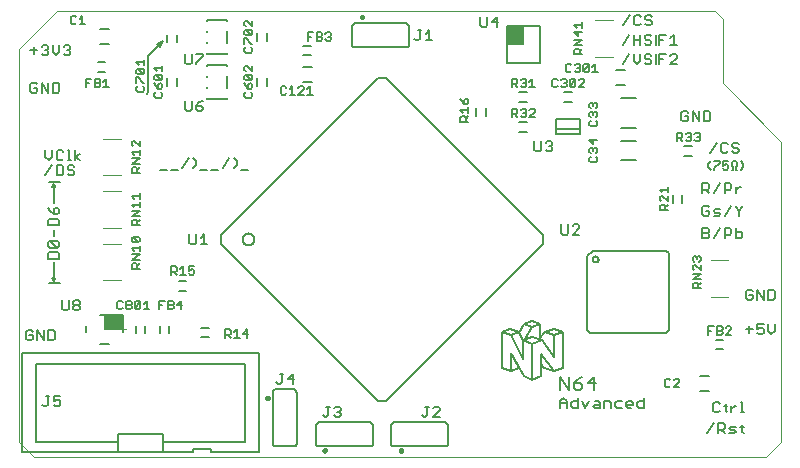
<source format=gto>
G75*
%MOIN*%
%OFA0B0*%
%FSLAX25Y25*%
%IPPOS*%
%LPD*%
%AMOC8*
5,1,8,0,0,1.08239X$1,22.5*
%
%ADD10C,0.00000*%
%ADD11C,0.00600*%
%ADD12C,0.00500*%
%ADD13C,0.00800*%
%ADD14C,0.01200*%
%ADD15C,0.00787*%
%ADD16C,0.00400*%
D10*
X0009500Y0011000D02*
X0241000Y0011000D01*
X0246000Y0011000D01*
X0249500Y0011000D01*
X0252500Y0011000D01*
X0253500Y0011000D01*
X0258500Y0016000D01*
X0258500Y0116000D01*
X0239000Y0135500D01*
X0239000Y0157000D01*
X0236500Y0159500D01*
X0017000Y0159500D01*
X0004500Y0147000D01*
X0004500Y0016000D01*
X0009500Y0011000D01*
X0039299Y0053500D02*
X0040283Y0053500D01*
D11*
X0043437Y0052250D02*
X0043437Y0054750D01*
X0046562Y0054750D02*
X0046562Y0052250D01*
X0051437Y0052250D02*
X0051437Y0054750D01*
X0054562Y0054750D02*
X0054562Y0052250D01*
X0065250Y0050937D02*
X0067750Y0050937D01*
X0067750Y0054062D02*
X0065250Y0054062D01*
X0060250Y0066438D02*
X0057750Y0066438D01*
X0057750Y0069563D02*
X0060250Y0069563D01*
X0061867Y0081800D02*
X0063001Y0081800D01*
X0063569Y0082367D01*
X0063569Y0085203D01*
X0064983Y0084069D02*
X0066117Y0085203D01*
X0066117Y0081800D01*
X0064983Y0081800D02*
X0067252Y0081800D01*
X0061867Y0081800D02*
X0061300Y0082367D01*
X0061300Y0085203D01*
X0064958Y0106733D02*
X0067227Y0106733D01*
X0068642Y0106733D02*
X0070910Y0106733D01*
X0072325Y0107300D02*
X0074593Y0110703D01*
X0076008Y0110703D02*
X0077142Y0109569D01*
X0077142Y0108434D01*
X0076008Y0107300D01*
X0078463Y0106733D02*
X0080732Y0106733D01*
X0063637Y0108434D02*
X0063637Y0109569D01*
X0062503Y0110703D01*
X0061088Y0110703D02*
X0058820Y0107300D01*
X0057405Y0106733D02*
X0055137Y0106733D01*
X0053722Y0106733D02*
X0051454Y0106733D01*
X0062503Y0107300D02*
X0063637Y0108434D01*
X0064050Y0126300D02*
X0065185Y0126300D01*
X0065752Y0126867D01*
X0065752Y0127434D01*
X0065185Y0128001D01*
X0063483Y0128001D01*
X0063483Y0126867D01*
X0064050Y0126300D01*
X0063483Y0128001D02*
X0064617Y0129136D01*
X0065752Y0129703D01*
X0067309Y0130400D02*
X0067309Y0130773D01*
X0067309Y0130400D02*
X0073691Y0130400D01*
X0073691Y0130773D01*
X0073691Y0133943D02*
X0073691Y0138057D01*
X0073691Y0141227D02*
X0073691Y0141600D01*
X0067309Y0141600D01*
X0067309Y0141227D01*
X0067309Y0138057D02*
X0067309Y0137683D01*
X0067309Y0134317D02*
X0067309Y0133943D01*
X0062069Y0129703D02*
X0062069Y0126867D01*
X0061501Y0126300D01*
X0060367Y0126300D01*
X0059800Y0126867D01*
X0059800Y0129703D01*
X0057062Y0134750D02*
X0057062Y0137250D01*
X0053937Y0137250D02*
X0053937Y0134750D01*
X0047500Y0132500D02*
X0047000Y0132000D01*
X0047500Y0132500D02*
X0047500Y0144500D01*
X0052500Y0149500D01*
X0050500Y0148500D01*
X0051500Y0147500D02*
X0052500Y0149500D01*
X0053937Y0149250D02*
X0053937Y0151750D01*
X0057062Y0151750D02*
X0057062Y0149250D01*
X0059800Y0145203D02*
X0059800Y0142367D01*
X0060367Y0141800D01*
X0061501Y0141800D01*
X0062069Y0142367D01*
X0062069Y0145203D01*
X0063483Y0145203D02*
X0065752Y0145203D01*
X0065752Y0144636D01*
X0063483Y0142367D01*
X0063483Y0141800D01*
X0067309Y0145400D02*
X0067309Y0145773D01*
X0067309Y0145400D02*
X0073691Y0145400D01*
X0073691Y0145773D01*
X0073691Y0148943D02*
X0073691Y0153057D01*
X0073691Y0156227D02*
X0073691Y0156600D01*
X0067309Y0156600D01*
X0067309Y0156227D01*
X0067309Y0153057D02*
X0067309Y0152683D01*
X0067309Y0149317D02*
X0067309Y0148943D01*
X0083938Y0149750D02*
X0083938Y0152250D01*
X0087062Y0152250D02*
X0087062Y0149750D01*
X0099250Y0148063D02*
X0101750Y0148063D01*
X0101750Y0144938D02*
X0099250Y0144938D01*
X0099000Y0141000D02*
X0102000Y0141000D01*
X0102000Y0136000D02*
X0099000Y0136000D01*
X0087062Y0137250D02*
X0087062Y0134750D01*
X0083938Y0134750D02*
X0083938Y0137250D01*
X0115500Y0148500D02*
X0115500Y0154500D01*
X0115502Y0154560D01*
X0115507Y0154621D01*
X0115516Y0154680D01*
X0115529Y0154739D01*
X0115545Y0154798D01*
X0115565Y0154855D01*
X0115588Y0154910D01*
X0115615Y0154965D01*
X0115644Y0155017D01*
X0115677Y0155068D01*
X0115713Y0155117D01*
X0115751Y0155163D01*
X0115793Y0155207D01*
X0115837Y0155249D01*
X0115883Y0155287D01*
X0115932Y0155323D01*
X0115983Y0155356D01*
X0116035Y0155385D01*
X0116090Y0155412D01*
X0116145Y0155435D01*
X0116202Y0155455D01*
X0116261Y0155471D01*
X0116320Y0155484D01*
X0116379Y0155493D01*
X0116440Y0155498D01*
X0116500Y0155500D01*
X0133500Y0155500D01*
X0133560Y0155498D01*
X0133621Y0155493D01*
X0133680Y0155484D01*
X0133739Y0155471D01*
X0133798Y0155455D01*
X0133855Y0155435D01*
X0133910Y0155412D01*
X0133965Y0155385D01*
X0134017Y0155356D01*
X0134068Y0155323D01*
X0134117Y0155287D01*
X0134163Y0155249D01*
X0134207Y0155207D01*
X0134249Y0155163D01*
X0134287Y0155117D01*
X0134323Y0155068D01*
X0134356Y0155017D01*
X0134385Y0154965D01*
X0134412Y0154910D01*
X0134435Y0154855D01*
X0134455Y0154798D01*
X0134471Y0154739D01*
X0134484Y0154680D01*
X0134493Y0154621D01*
X0134498Y0154560D01*
X0134500Y0154500D01*
X0134500Y0148500D01*
X0134498Y0148440D01*
X0134493Y0148379D01*
X0134484Y0148320D01*
X0134471Y0148261D01*
X0134455Y0148202D01*
X0134435Y0148145D01*
X0134412Y0148090D01*
X0134385Y0148035D01*
X0134356Y0147983D01*
X0134323Y0147932D01*
X0134287Y0147883D01*
X0134249Y0147837D01*
X0134207Y0147793D01*
X0134163Y0147751D01*
X0134117Y0147713D01*
X0134068Y0147677D01*
X0134017Y0147644D01*
X0133965Y0147615D01*
X0133910Y0147588D01*
X0133855Y0147565D01*
X0133798Y0147545D01*
X0133739Y0147529D01*
X0133680Y0147516D01*
X0133621Y0147507D01*
X0133560Y0147502D01*
X0133500Y0147500D01*
X0116500Y0147500D01*
X0116440Y0147502D01*
X0116379Y0147507D01*
X0116320Y0147516D01*
X0116261Y0147529D01*
X0116202Y0147545D01*
X0116145Y0147565D01*
X0116090Y0147588D01*
X0116035Y0147615D01*
X0115983Y0147644D01*
X0115932Y0147677D01*
X0115883Y0147713D01*
X0115837Y0147751D01*
X0115793Y0147793D01*
X0115751Y0147837D01*
X0115713Y0147883D01*
X0115677Y0147932D01*
X0115644Y0147983D01*
X0115615Y0148035D01*
X0115588Y0148090D01*
X0115565Y0148145D01*
X0115545Y0148202D01*
X0115529Y0148261D01*
X0115516Y0148320D01*
X0115507Y0148379D01*
X0115502Y0148440D01*
X0115500Y0148500D01*
X0136300Y0150367D02*
X0136867Y0149800D01*
X0137434Y0149800D01*
X0138001Y0150367D01*
X0138001Y0153203D01*
X0137434Y0153203D02*
X0138569Y0153203D01*
X0139983Y0152069D02*
X0141117Y0153203D01*
X0141117Y0149800D01*
X0139983Y0149800D02*
X0142252Y0149800D01*
X0158300Y0154867D02*
X0158867Y0154300D01*
X0160001Y0154300D01*
X0160569Y0154867D01*
X0160569Y0157703D01*
X0161983Y0156001D02*
X0164252Y0156001D01*
X0163685Y0154300D02*
X0163685Y0157703D01*
X0161983Y0156001D01*
X0158300Y0154867D02*
X0158300Y0157703D01*
X0171250Y0132563D02*
X0173750Y0132563D01*
X0173750Y0129437D02*
X0171250Y0129437D01*
X0171250Y0122562D02*
X0173750Y0122562D01*
X0173750Y0119437D02*
X0171250Y0119437D01*
X0176300Y0116203D02*
X0176300Y0113367D01*
X0176867Y0112800D01*
X0178001Y0112800D01*
X0178569Y0113367D01*
X0178569Y0116203D01*
X0179983Y0115636D02*
X0180550Y0116203D01*
X0181685Y0116203D01*
X0182252Y0115636D01*
X0182252Y0115069D01*
X0181685Y0114501D01*
X0182252Y0113934D01*
X0182252Y0113367D01*
X0181685Y0112800D01*
X0180550Y0112800D01*
X0179983Y0113367D01*
X0181117Y0114501D02*
X0181685Y0114501D01*
X0183563Y0118539D02*
X0183563Y0120131D01*
X0191437Y0120131D01*
X0191437Y0118539D01*
X0183563Y0118539D01*
X0183563Y0120131D02*
X0183563Y0123461D01*
X0191437Y0123461D01*
X0191437Y0120131D01*
X0205000Y0120500D02*
X0210000Y0120500D01*
X0210000Y0116125D02*
X0205000Y0116125D01*
X0205000Y0109875D02*
X0210000Y0109875D01*
X0226250Y0111437D02*
X0228750Y0111437D01*
X0228750Y0114562D02*
X0226250Y0114562D01*
X0234800Y0112300D02*
X0237069Y0115703D01*
X0238483Y0115136D02*
X0238483Y0112867D01*
X0239050Y0112300D01*
X0240185Y0112300D01*
X0240752Y0112867D01*
X0242166Y0112867D02*
X0242733Y0112300D01*
X0243868Y0112300D01*
X0244435Y0112867D01*
X0244435Y0113434D01*
X0243868Y0114001D01*
X0242733Y0114001D01*
X0242166Y0114569D01*
X0242166Y0115136D01*
X0242733Y0115703D01*
X0243868Y0115703D01*
X0244435Y0115136D01*
X0240752Y0115136D02*
X0240185Y0115703D01*
X0239050Y0115703D01*
X0238483Y0115136D01*
X0234368Y0122800D02*
X0232666Y0122800D01*
X0232666Y0126203D01*
X0234368Y0126203D01*
X0234935Y0125636D01*
X0234935Y0123367D01*
X0234368Y0122800D01*
X0231252Y0122800D02*
X0231252Y0126203D01*
X0228983Y0126203D02*
X0231252Y0122800D01*
X0228983Y0122800D02*
X0228983Y0126203D01*
X0227569Y0125636D02*
X0227001Y0126203D01*
X0225867Y0126203D01*
X0225300Y0125636D01*
X0225300Y0123367D01*
X0225867Y0122800D01*
X0227001Y0122800D01*
X0227569Y0123367D01*
X0227569Y0124501D01*
X0226434Y0124501D01*
X0210000Y0130500D02*
X0205000Y0130500D01*
X0203500Y0135000D02*
X0206500Y0135000D01*
X0206500Y0140000D02*
X0203500Y0140000D01*
X0205657Y0141800D02*
X0207925Y0145203D01*
X0209340Y0145203D02*
X0209340Y0142934D01*
X0210474Y0141800D01*
X0211608Y0142934D01*
X0211608Y0145203D01*
X0213023Y0144636D02*
X0213023Y0144069D01*
X0213590Y0143501D01*
X0214724Y0143501D01*
X0215291Y0142934D01*
X0215291Y0142367D01*
X0214724Y0141800D01*
X0213590Y0141800D01*
X0213023Y0142367D01*
X0213023Y0144636D02*
X0213590Y0145203D01*
X0214724Y0145203D01*
X0215291Y0144636D01*
X0216706Y0145203D02*
X0216706Y0141800D01*
X0217934Y0141800D02*
X0217934Y0145203D01*
X0220202Y0145203D01*
X0221617Y0144636D02*
X0222184Y0145203D01*
X0223318Y0145203D01*
X0223885Y0144636D01*
X0223885Y0144069D01*
X0221617Y0141800D01*
X0223885Y0141800D01*
X0219068Y0143501D02*
X0217934Y0143501D01*
X0217934Y0148300D02*
X0217934Y0151703D01*
X0220202Y0151703D01*
X0221617Y0150569D02*
X0222751Y0151703D01*
X0222751Y0148300D01*
X0221617Y0148300D02*
X0223885Y0148300D01*
X0219068Y0150001D02*
X0217934Y0150001D01*
X0216706Y0148300D02*
X0216706Y0151703D01*
X0215291Y0151136D02*
X0214724Y0151703D01*
X0213590Y0151703D01*
X0213023Y0151136D01*
X0213023Y0150569D01*
X0213590Y0150001D01*
X0214724Y0150001D01*
X0215291Y0149434D01*
X0215291Y0148867D01*
X0214724Y0148300D01*
X0213590Y0148300D01*
X0213023Y0148867D01*
X0211608Y0148300D02*
X0211608Y0151703D01*
X0211608Y0150001D02*
X0209340Y0150001D01*
X0209340Y0148300D02*
X0209340Y0151703D01*
X0207925Y0151703D02*
X0205657Y0148300D01*
X0205751Y0154800D02*
X0208019Y0158203D01*
X0209434Y0157636D02*
X0209434Y0155367D01*
X0210001Y0154800D01*
X0211135Y0154800D01*
X0211702Y0155367D01*
X0213117Y0155367D02*
X0213684Y0154800D01*
X0214818Y0154800D01*
X0215385Y0155367D01*
X0215385Y0155934D01*
X0214818Y0156501D01*
X0213684Y0156501D01*
X0213117Y0157069D01*
X0213117Y0157636D01*
X0213684Y0158203D01*
X0214818Y0158203D01*
X0215385Y0157636D01*
X0211702Y0157636D02*
X0211135Y0158203D01*
X0210001Y0158203D01*
X0209434Y0157636D01*
X0188750Y0132563D02*
X0186250Y0132563D01*
X0186250Y0129437D02*
X0188750Y0129437D01*
X0160063Y0127250D02*
X0160063Y0124750D01*
X0156938Y0124750D02*
X0156938Y0127250D01*
X0185300Y0088453D02*
X0185300Y0085617D01*
X0185867Y0085050D01*
X0187001Y0085050D01*
X0187569Y0085617D01*
X0187569Y0088453D01*
X0188983Y0087886D02*
X0189550Y0088453D01*
X0190685Y0088453D01*
X0191252Y0087886D01*
X0191252Y0087319D01*
X0188983Y0085050D01*
X0191252Y0085050D01*
X0195689Y0079780D02*
X0193720Y0077811D01*
X0193720Y0053205D01*
X0194705Y0052220D01*
X0220295Y0052220D01*
X0221280Y0053205D01*
X0221280Y0078795D01*
X0220295Y0079780D01*
X0195689Y0079780D01*
X0195689Y0076827D02*
X0195691Y0076889D01*
X0195697Y0076952D01*
X0195707Y0077013D01*
X0195721Y0077074D01*
X0195738Y0077134D01*
X0195759Y0077193D01*
X0195785Y0077250D01*
X0195813Y0077305D01*
X0195845Y0077359D01*
X0195881Y0077410D01*
X0195919Y0077460D01*
X0195961Y0077506D01*
X0196005Y0077550D01*
X0196053Y0077591D01*
X0196102Y0077629D01*
X0196154Y0077663D01*
X0196208Y0077694D01*
X0196264Y0077722D01*
X0196322Y0077746D01*
X0196381Y0077767D01*
X0196441Y0077783D01*
X0196502Y0077796D01*
X0196564Y0077805D01*
X0196626Y0077810D01*
X0196689Y0077811D01*
X0196751Y0077808D01*
X0196813Y0077801D01*
X0196875Y0077790D01*
X0196935Y0077775D01*
X0196995Y0077757D01*
X0197053Y0077735D01*
X0197110Y0077709D01*
X0197165Y0077679D01*
X0197218Y0077646D01*
X0197269Y0077610D01*
X0197317Y0077571D01*
X0197363Y0077528D01*
X0197406Y0077483D01*
X0197446Y0077435D01*
X0197483Y0077385D01*
X0197517Y0077332D01*
X0197548Y0077278D01*
X0197574Y0077222D01*
X0197598Y0077164D01*
X0197617Y0077104D01*
X0197633Y0077044D01*
X0197645Y0076982D01*
X0197653Y0076921D01*
X0197657Y0076858D01*
X0197657Y0076796D01*
X0197653Y0076733D01*
X0197645Y0076672D01*
X0197633Y0076610D01*
X0197617Y0076550D01*
X0197598Y0076490D01*
X0197574Y0076432D01*
X0197548Y0076376D01*
X0197517Y0076322D01*
X0197483Y0076269D01*
X0197446Y0076219D01*
X0197406Y0076171D01*
X0197363Y0076126D01*
X0197317Y0076083D01*
X0197269Y0076044D01*
X0197218Y0076008D01*
X0197165Y0075975D01*
X0197110Y0075945D01*
X0197053Y0075919D01*
X0196995Y0075897D01*
X0196935Y0075879D01*
X0196875Y0075864D01*
X0196813Y0075853D01*
X0196751Y0075846D01*
X0196689Y0075843D01*
X0196626Y0075844D01*
X0196564Y0075849D01*
X0196502Y0075858D01*
X0196441Y0075871D01*
X0196381Y0075887D01*
X0196322Y0075908D01*
X0196264Y0075932D01*
X0196208Y0075960D01*
X0196154Y0075991D01*
X0196102Y0076025D01*
X0196053Y0076063D01*
X0196005Y0076104D01*
X0195961Y0076148D01*
X0195919Y0076194D01*
X0195881Y0076244D01*
X0195845Y0076295D01*
X0195813Y0076349D01*
X0195785Y0076404D01*
X0195759Y0076461D01*
X0195738Y0076520D01*
X0195721Y0076580D01*
X0195707Y0076641D01*
X0195697Y0076702D01*
X0195691Y0076765D01*
X0195689Y0076827D01*
X0222437Y0095750D02*
X0222437Y0098250D01*
X0225562Y0098250D02*
X0225562Y0095750D01*
X0232300Y0094136D02*
X0232300Y0091867D01*
X0232867Y0091300D01*
X0234001Y0091300D01*
X0234569Y0091867D01*
X0234569Y0093001D01*
X0233434Y0093001D01*
X0232300Y0094136D02*
X0232867Y0094703D01*
X0234001Y0094703D01*
X0234569Y0094136D01*
X0235983Y0093001D02*
X0236550Y0092434D01*
X0237685Y0092434D01*
X0238252Y0091867D01*
X0237685Y0091300D01*
X0235983Y0091300D01*
X0235983Y0093001D02*
X0236550Y0093569D01*
X0238252Y0093569D01*
X0239666Y0091300D02*
X0241935Y0094703D01*
X0243349Y0094703D02*
X0243349Y0094136D01*
X0244484Y0093001D01*
X0244484Y0091300D01*
X0244484Y0093001D02*
X0245618Y0094136D01*
X0245618Y0094703D01*
X0243349Y0098800D02*
X0243349Y0101069D01*
X0243349Y0099934D02*
X0244484Y0101069D01*
X0245051Y0101069D01*
X0241935Y0101636D02*
X0241935Y0100501D01*
X0241368Y0099934D01*
X0239666Y0099934D01*
X0239666Y0098800D02*
X0239666Y0102203D01*
X0241368Y0102203D01*
X0241935Y0101636D01*
X0238252Y0102203D02*
X0235983Y0098800D01*
X0234569Y0098800D02*
X0233434Y0099934D01*
X0234001Y0099934D02*
X0232300Y0099934D01*
X0232300Y0098800D02*
X0232300Y0102203D01*
X0234001Y0102203D01*
X0234569Y0101636D01*
X0234569Y0100501D01*
X0234001Y0099934D01*
X0234001Y0087203D02*
X0232300Y0087203D01*
X0232300Y0083800D01*
X0234001Y0083800D01*
X0234569Y0084367D01*
X0234569Y0084934D01*
X0234001Y0085501D01*
X0232300Y0085501D01*
X0234001Y0085501D02*
X0234569Y0086069D01*
X0234569Y0086636D01*
X0234001Y0087203D01*
X0235983Y0083800D02*
X0238252Y0087203D01*
X0239666Y0087203D02*
X0241368Y0087203D01*
X0241935Y0086636D01*
X0241935Y0085501D01*
X0241368Y0084934D01*
X0239666Y0084934D01*
X0239666Y0083800D02*
X0239666Y0087203D01*
X0243349Y0087203D02*
X0243349Y0083800D01*
X0245051Y0083800D01*
X0245618Y0084367D01*
X0245618Y0085501D01*
X0245051Y0086069D01*
X0243349Y0086069D01*
X0247367Y0066703D02*
X0246800Y0066136D01*
X0246800Y0063867D01*
X0247367Y0063300D01*
X0248501Y0063300D01*
X0249069Y0063867D01*
X0249069Y0065001D01*
X0247934Y0065001D01*
X0249069Y0066136D02*
X0248501Y0066703D01*
X0247367Y0066703D01*
X0250483Y0066703D02*
X0252752Y0063300D01*
X0252752Y0066703D01*
X0254166Y0066703D02*
X0255868Y0066703D01*
X0256435Y0066136D01*
X0256435Y0063867D01*
X0255868Y0063300D01*
X0254166Y0063300D01*
X0254166Y0066703D01*
X0250483Y0066703D02*
X0250483Y0063300D01*
X0250483Y0055203D02*
X0250483Y0053501D01*
X0251617Y0054069D01*
X0252185Y0054069D01*
X0252752Y0053501D01*
X0252752Y0052367D01*
X0252185Y0051800D01*
X0251050Y0051800D01*
X0250483Y0052367D01*
X0249069Y0053501D02*
X0246800Y0053501D01*
X0247934Y0052367D02*
X0247934Y0054636D01*
X0250483Y0055203D02*
X0252752Y0055203D01*
X0254166Y0055203D02*
X0254166Y0052934D01*
X0255301Y0051800D01*
X0256435Y0052934D01*
X0256435Y0055203D01*
X0239250Y0050062D02*
X0236750Y0050062D01*
X0236750Y0046937D02*
X0239250Y0046937D01*
X0234500Y0038000D02*
X0231500Y0038000D01*
X0231500Y0033000D02*
X0234500Y0033000D01*
X0236367Y0029203D02*
X0235800Y0028636D01*
X0235800Y0026367D01*
X0236367Y0025800D01*
X0237501Y0025800D01*
X0238069Y0026367D01*
X0240050Y0026367D02*
X0240617Y0025800D01*
X0240050Y0026367D02*
X0240050Y0028636D01*
X0239483Y0028069D02*
X0240617Y0028069D01*
X0241939Y0028069D02*
X0241939Y0025800D01*
X0241939Y0026934D02*
X0243073Y0028069D01*
X0243640Y0028069D01*
X0245008Y0029203D02*
X0245575Y0029203D01*
X0245575Y0025800D01*
X0245008Y0025800D02*
X0246142Y0025800D01*
X0245417Y0021636D02*
X0245417Y0019367D01*
X0245984Y0018800D01*
X0245984Y0021069D02*
X0244849Y0021069D01*
X0243435Y0021069D02*
X0241733Y0021069D01*
X0241166Y0020501D01*
X0241733Y0019934D01*
X0242868Y0019934D01*
X0243435Y0019367D01*
X0242868Y0018800D01*
X0241166Y0018800D01*
X0239752Y0018800D02*
X0238617Y0019934D01*
X0239185Y0019934D02*
X0237483Y0019934D01*
X0237483Y0018800D02*
X0237483Y0022203D01*
X0239185Y0022203D01*
X0239752Y0021636D01*
X0239752Y0020501D01*
X0239185Y0019934D01*
X0236069Y0022203D02*
X0233800Y0018800D01*
X0236367Y0029203D02*
X0237501Y0029203D01*
X0238069Y0028636D01*
X0212851Y0029569D02*
X0211149Y0029569D01*
X0210582Y0029001D01*
X0210582Y0027867D01*
X0211149Y0027300D01*
X0212851Y0027300D01*
X0212851Y0030703D01*
X0209167Y0029001D02*
X0209167Y0028434D01*
X0206899Y0028434D01*
X0206899Y0027867D02*
X0206899Y0029001D01*
X0207466Y0029569D01*
X0208600Y0029569D01*
X0209167Y0029001D01*
X0208600Y0027300D02*
X0207466Y0027300D01*
X0206899Y0027867D01*
X0205484Y0027300D02*
X0203783Y0027300D01*
X0203216Y0027867D01*
X0203216Y0029001D01*
X0203783Y0029569D01*
X0205484Y0029569D01*
X0201801Y0029001D02*
X0201801Y0027300D01*
X0201801Y0029001D02*
X0201234Y0029569D01*
X0199533Y0029569D01*
X0199533Y0027300D01*
X0198118Y0027300D02*
X0198118Y0029001D01*
X0197551Y0029569D01*
X0196417Y0029569D01*
X0196417Y0028434D02*
X0198118Y0028434D01*
X0198118Y0027300D02*
X0196417Y0027300D01*
X0195849Y0027867D01*
X0196417Y0028434D01*
X0194435Y0029569D02*
X0193301Y0027300D01*
X0192166Y0029569D01*
X0190752Y0029569D02*
X0189050Y0029569D01*
X0188483Y0029001D01*
X0188483Y0027867D01*
X0189050Y0027300D01*
X0190752Y0027300D01*
X0190752Y0030703D01*
X0187069Y0029569D02*
X0187069Y0027300D01*
X0187069Y0029001D02*
X0184800Y0029001D01*
X0184800Y0029569D02*
X0184800Y0027300D01*
X0184800Y0029569D02*
X0185934Y0030703D01*
X0187069Y0029569D01*
X0147500Y0021500D02*
X0147500Y0015500D01*
X0147498Y0015440D01*
X0147493Y0015379D01*
X0147484Y0015320D01*
X0147471Y0015261D01*
X0147455Y0015202D01*
X0147435Y0015145D01*
X0147412Y0015090D01*
X0147385Y0015035D01*
X0147356Y0014983D01*
X0147323Y0014932D01*
X0147287Y0014883D01*
X0147249Y0014837D01*
X0147207Y0014793D01*
X0147163Y0014751D01*
X0147117Y0014713D01*
X0147068Y0014677D01*
X0147017Y0014644D01*
X0146965Y0014615D01*
X0146910Y0014588D01*
X0146855Y0014565D01*
X0146798Y0014545D01*
X0146739Y0014529D01*
X0146680Y0014516D01*
X0146621Y0014507D01*
X0146560Y0014502D01*
X0146500Y0014500D01*
X0129500Y0014500D01*
X0129440Y0014502D01*
X0129379Y0014507D01*
X0129320Y0014516D01*
X0129261Y0014529D01*
X0129202Y0014545D01*
X0129145Y0014565D01*
X0129090Y0014588D01*
X0129035Y0014615D01*
X0128983Y0014644D01*
X0128932Y0014677D01*
X0128883Y0014713D01*
X0128837Y0014751D01*
X0128793Y0014793D01*
X0128751Y0014837D01*
X0128713Y0014883D01*
X0128677Y0014932D01*
X0128644Y0014983D01*
X0128615Y0015035D01*
X0128588Y0015090D01*
X0128565Y0015145D01*
X0128545Y0015202D01*
X0128529Y0015261D01*
X0128516Y0015320D01*
X0128507Y0015379D01*
X0128502Y0015440D01*
X0128500Y0015500D01*
X0128500Y0021500D01*
X0128502Y0021560D01*
X0128507Y0021621D01*
X0128516Y0021680D01*
X0128529Y0021739D01*
X0128545Y0021798D01*
X0128565Y0021855D01*
X0128588Y0021910D01*
X0128615Y0021965D01*
X0128644Y0022017D01*
X0128677Y0022068D01*
X0128713Y0022117D01*
X0128751Y0022163D01*
X0128793Y0022207D01*
X0128837Y0022249D01*
X0128883Y0022287D01*
X0128932Y0022323D01*
X0128983Y0022356D01*
X0129035Y0022385D01*
X0129090Y0022412D01*
X0129145Y0022435D01*
X0129202Y0022455D01*
X0129261Y0022471D01*
X0129320Y0022484D01*
X0129379Y0022493D01*
X0129440Y0022498D01*
X0129500Y0022500D01*
X0146500Y0022500D01*
X0146560Y0022498D01*
X0146621Y0022493D01*
X0146680Y0022484D01*
X0146739Y0022471D01*
X0146798Y0022455D01*
X0146855Y0022435D01*
X0146910Y0022412D01*
X0146965Y0022385D01*
X0147017Y0022356D01*
X0147068Y0022323D01*
X0147117Y0022287D01*
X0147163Y0022249D01*
X0147207Y0022207D01*
X0147249Y0022163D01*
X0147287Y0022117D01*
X0147323Y0022068D01*
X0147356Y0022017D01*
X0147385Y0021965D01*
X0147412Y0021910D01*
X0147435Y0021855D01*
X0147455Y0021798D01*
X0147471Y0021739D01*
X0147484Y0021680D01*
X0147493Y0021621D01*
X0147498Y0021560D01*
X0147500Y0021500D01*
X0144752Y0024300D02*
X0142483Y0024300D01*
X0144752Y0026569D01*
X0144752Y0027136D01*
X0144185Y0027703D01*
X0143050Y0027703D01*
X0142483Y0027136D01*
X0141069Y0027703D02*
X0139934Y0027703D01*
X0140501Y0027703D02*
X0140501Y0024867D01*
X0139934Y0024300D01*
X0139367Y0024300D01*
X0138800Y0024867D01*
X0122500Y0021500D02*
X0122500Y0015500D01*
X0122498Y0015440D01*
X0122493Y0015379D01*
X0122484Y0015320D01*
X0122471Y0015261D01*
X0122455Y0015202D01*
X0122435Y0015145D01*
X0122412Y0015090D01*
X0122385Y0015035D01*
X0122356Y0014983D01*
X0122323Y0014932D01*
X0122287Y0014883D01*
X0122249Y0014837D01*
X0122207Y0014793D01*
X0122163Y0014751D01*
X0122117Y0014713D01*
X0122068Y0014677D01*
X0122017Y0014644D01*
X0121965Y0014615D01*
X0121910Y0014588D01*
X0121855Y0014565D01*
X0121798Y0014545D01*
X0121739Y0014529D01*
X0121680Y0014516D01*
X0121621Y0014507D01*
X0121560Y0014502D01*
X0121500Y0014500D01*
X0104500Y0014500D01*
X0104440Y0014502D01*
X0104379Y0014507D01*
X0104320Y0014516D01*
X0104261Y0014529D01*
X0104202Y0014545D01*
X0104145Y0014565D01*
X0104090Y0014588D01*
X0104035Y0014615D01*
X0103983Y0014644D01*
X0103932Y0014677D01*
X0103883Y0014713D01*
X0103837Y0014751D01*
X0103793Y0014793D01*
X0103751Y0014837D01*
X0103713Y0014883D01*
X0103677Y0014932D01*
X0103644Y0014983D01*
X0103615Y0015035D01*
X0103588Y0015090D01*
X0103565Y0015145D01*
X0103545Y0015202D01*
X0103529Y0015261D01*
X0103516Y0015320D01*
X0103507Y0015379D01*
X0103502Y0015440D01*
X0103500Y0015500D01*
X0103500Y0021500D01*
X0103502Y0021560D01*
X0103507Y0021621D01*
X0103516Y0021680D01*
X0103529Y0021739D01*
X0103545Y0021798D01*
X0103565Y0021855D01*
X0103588Y0021910D01*
X0103615Y0021965D01*
X0103644Y0022017D01*
X0103677Y0022068D01*
X0103713Y0022117D01*
X0103751Y0022163D01*
X0103793Y0022207D01*
X0103837Y0022249D01*
X0103883Y0022287D01*
X0103932Y0022323D01*
X0103983Y0022356D01*
X0104035Y0022385D01*
X0104090Y0022412D01*
X0104145Y0022435D01*
X0104202Y0022455D01*
X0104261Y0022471D01*
X0104320Y0022484D01*
X0104379Y0022493D01*
X0104440Y0022498D01*
X0104500Y0022500D01*
X0121500Y0022500D01*
X0121560Y0022498D01*
X0121621Y0022493D01*
X0121680Y0022484D01*
X0121739Y0022471D01*
X0121798Y0022455D01*
X0121855Y0022435D01*
X0121910Y0022412D01*
X0121965Y0022385D01*
X0122017Y0022356D01*
X0122068Y0022323D01*
X0122117Y0022287D01*
X0122163Y0022249D01*
X0122207Y0022207D01*
X0122249Y0022163D01*
X0122287Y0022117D01*
X0122323Y0022068D01*
X0122356Y0022017D01*
X0122385Y0021965D01*
X0122412Y0021910D01*
X0122435Y0021855D01*
X0122455Y0021798D01*
X0122471Y0021739D01*
X0122484Y0021680D01*
X0122493Y0021621D01*
X0122498Y0021560D01*
X0122500Y0021500D01*
X0111752Y0024867D02*
X0111185Y0024300D01*
X0110050Y0024300D01*
X0109483Y0024867D01*
X0110617Y0026001D02*
X0111185Y0026001D01*
X0111752Y0025434D01*
X0111752Y0024867D01*
X0111185Y0026001D02*
X0111752Y0026569D01*
X0111752Y0027136D01*
X0111185Y0027703D01*
X0110050Y0027703D01*
X0109483Y0027136D01*
X0108069Y0027703D02*
X0106934Y0027703D01*
X0107501Y0027703D02*
X0107501Y0024867D01*
X0106934Y0024300D01*
X0106367Y0024300D01*
X0105800Y0024867D01*
X0097000Y0032500D02*
X0097000Y0015500D01*
X0096998Y0015440D01*
X0096993Y0015379D01*
X0096984Y0015320D01*
X0096971Y0015261D01*
X0096955Y0015202D01*
X0096935Y0015145D01*
X0096912Y0015090D01*
X0096885Y0015035D01*
X0096856Y0014983D01*
X0096823Y0014932D01*
X0096787Y0014883D01*
X0096749Y0014837D01*
X0096707Y0014793D01*
X0096663Y0014751D01*
X0096617Y0014713D01*
X0096568Y0014677D01*
X0096517Y0014644D01*
X0096465Y0014615D01*
X0096410Y0014588D01*
X0096355Y0014565D01*
X0096298Y0014545D01*
X0096239Y0014529D01*
X0096180Y0014516D01*
X0096121Y0014507D01*
X0096060Y0014502D01*
X0096000Y0014500D01*
X0090000Y0014500D01*
X0089940Y0014502D01*
X0089879Y0014507D01*
X0089820Y0014516D01*
X0089761Y0014529D01*
X0089702Y0014545D01*
X0089645Y0014565D01*
X0089590Y0014588D01*
X0089535Y0014615D01*
X0089483Y0014644D01*
X0089432Y0014677D01*
X0089383Y0014713D01*
X0089337Y0014751D01*
X0089293Y0014793D01*
X0089251Y0014837D01*
X0089213Y0014883D01*
X0089177Y0014932D01*
X0089144Y0014983D01*
X0089115Y0015035D01*
X0089088Y0015090D01*
X0089065Y0015145D01*
X0089045Y0015202D01*
X0089029Y0015261D01*
X0089016Y0015320D01*
X0089007Y0015379D01*
X0089002Y0015440D01*
X0089000Y0015500D01*
X0089000Y0032500D01*
X0089002Y0032560D01*
X0089007Y0032621D01*
X0089016Y0032680D01*
X0089029Y0032739D01*
X0089045Y0032798D01*
X0089065Y0032855D01*
X0089088Y0032910D01*
X0089115Y0032965D01*
X0089144Y0033017D01*
X0089177Y0033068D01*
X0089213Y0033117D01*
X0089251Y0033163D01*
X0089293Y0033207D01*
X0089337Y0033249D01*
X0089383Y0033287D01*
X0089432Y0033323D01*
X0089483Y0033356D01*
X0089535Y0033385D01*
X0089590Y0033412D01*
X0089645Y0033435D01*
X0089702Y0033455D01*
X0089761Y0033471D01*
X0089820Y0033484D01*
X0089879Y0033493D01*
X0089940Y0033498D01*
X0090000Y0033500D01*
X0096000Y0033500D01*
X0096060Y0033498D01*
X0096121Y0033493D01*
X0096180Y0033484D01*
X0096239Y0033471D01*
X0096298Y0033455D01*
X0096355Y0033435D01*
X0096410Y0033412D01*
X0096465Y0033385D01*
X0096517Y0033356D01*
X0096568Y0033323D01*
X0096617Y0033287D01*
X0096663Y0033249D01*
X0096707Y0033207D01*
X0096749Y0033163D01*
X0096787Y0033117D01*
X0096823Y0033068D01*
X0096856Y0033017D01*
X0096885Y0032965D01*
X0096912Y0032910D01*
X0096935Y0032855D01*
X0096955Y0032798D01*
X0096971Y0032739D01*
X0096984Y0032680D01*
X0096993Y0032621D01*
X0096998Y0032560D01*
X0097000Y0032500D01*
X0095685Y0035300D02*
X0095685Y0038703D01*
X0093983Y0037001D01*
X0096252Y0037001D01*
X0092569Y0038703D02*
X0091434Y0038703D01*
X0092001Y0038703D02*
X0092001Y0035867D01*
X0091434Y0035300D01*
X0090867Y0035300D01*
X0090300Y0035867D01*
X0024752Y0060367D02*
X0024185Y0059800D01*
X0023050Y0059800D01*
X0022483Y0060367D01*
X0022483Y0060934D01*
X0023050Y0061501D01*
X0024185Y0061501D01*
X0024752Y0060934D01*
X0024752Y0060367D01*
X0024185Y0061501D02*
X0024752Y0062069D01*
X0024752Y0062636D01*
X0024185Y0063203D01*
X0023050Y0063203D01*
X0022483Y0062636D01*
X0022483Y0062069D01*
X0023050Y0061501D01*
X0021069Y0060367D02*
X0020501Y0059800D01*
X0019367Y0059800D01*
X0018800Y0060367D01*
X0018800Y0063203D01*
X0021069Y0063203D02*
X0021069Y0060367D01*
X0015868Y0053203D02*
X0014166Y0053203D01*
X0014166Y0049800D01*
X0015868Y0049800D01*
X0016435Y0050367D01*
X0016435Y0052636D01*
X0015868Y0053203D01*
X0012752Y0053203D02*
X0012752Y0049800D01*
X0010483Y0053203D01*
X0010483Y0049800D01*
X0009069Y0050367D02*
X0009069Y0051501D01*
X0007934Y0051501D01*
X0006800Y0050367D02*
X0007367Y0049800D01*
X0008501Y0049800D01*
X0009069Y0050367D01*
X0006800Y0050367D02*
X0006800Y0052636D01*
X0007367Y0053203D01*
X0008501Y0053203D01*
X0009069Y0052636D01*
X0014500Y0069000D02*
X0018000Y0069000D01*
X0016000Y0069500D02*
X0015500Y0070500D01*
X0016500Y0070500D02*
X0016000Y0069500D01*
X0016000Y0076000D01*
X0017700Y0077092D02*
X0014297Y0077092D01*
X0014297Y0078794D01*
X0014864Y0079361D01*
X0017133Y0079361D01*
X0017700Y0078794D01*
X0017700Y0077092D01*
X0017133Y0080775D02*
X0014864Y0080775D01*
X0014297Y0081342D01*
X0014297Y0082477D01*
X0014864Y0083044D01*
X0017133Y0080775D01*
X0017700Y0081342D01*
X0017700Y0082477D01*
X0017133Y0083044D01*
X0014864Y0083044D01*
X0015999Y0084458D02*
X0015999Y0086727D01*
X0017700Y0088142D02*
X0014297Y0088142D01*
X0014297Y0089843D01*
X0014864Y0090410D01*
X0017133Y0090410D01*
X0017700Y0089843D01*
X0017700Y0088142D01*
X0017133Y0091825D02*
X0017700Y0092392D01*
X0017700Y0093526D01*
X0017133Y0094093D01*
X0016566Y0094093D01*
X0015999Y0093526D01*
X0015999Y0091825D01*
X0017133Y0091825D01*
X0015999Y0091825D02*
X0014864Y0092959D01*
X0014297Y0094093D01*
X0016000Y0095500D02*
X0016000Y0102000D01*
X0016500Y0101000D01*
X0015500Y0101000D02*
X0016000Y0102000D01*
X0014500Y0102500D02*
X0018000Y0102500D01*
X0018685Y0104800D02*
X0016983Y0104800D01*
X0016983Y0108203D01*
X0018685Y0108203D01*
X0019252Y0107636D01*
X0019252Y0105367D01*
X0018685Y0104800D01*
X0020666Y0105367D02*
X0021233Y0104800D01*
X0022368Y0104800D01*
X0022935Y0105367D01*
X0022935Y0105934D01*
X0022368Y0106501D01*
X0021233Y0106501D01*
X0020666Y0107069D01*
X0020666Y0107636D01*
X0021233Y0108203D01*
X0022368Y0108203D01*
X0022935Y0107636D01*
X0023122Y0109800D02*
X0023122Y0113203D01*
X0021233Y0113203D02*
X0021233Y0109800D01*
X0020666Y0109800D02*
X0021801Y0109800D01*
X0023122Y0110934D02*
X0024823Y0112069D01*
X0023122Y0110934D02*
X0024823Y0109800D01*
X0021233Y0113203D02*
X0020666Y0113203D01*
X0019252Y0112636D02*
X0018685Y0113203D01*
X0017550Y0113203D01*
X0016983Y0112636D01*
X0016983Y0110367D01*
X0017550Y0109800D01*
X0018685Y0109800D01*
X0019252Y0110367D01*
X0015569Y0110934D02*
X0015569Y0113203D01*
X0015569Y0110934D02*
X0014434Y0109800D01*
X0013300Y0110934D01*
X0013300Y0113203D01*
X0015569Y0108203D02*
X0013300Y0104800D01*
X0014252Y0132300D02*
X0014252Y0135703D01*
X0015666Y0135703D02*
X0017368Y0135703D01*
X0017935Y0135136D01*
X0017935Y0132867D01*
X0017368Y0132300D01*
X0015666Y0132300D01*
X0015666Y0135703D01*
X0011983Y0135703D02*
X0014252Y0132300D01*
X0011983Y0132300D02*
X0011983Y0135703D01*
X0010569Y0135136D02*
X0010001Y0135703D01*
X0008867Y0135703D01*
X0008300Y0135136D01*
X0008300Y0132867D01*
X0008867Y0132300D01*
X0010001Y0132300D01*
X0010569Y0132867D01*
X0010569Y0134001D01*
X0009434Y0134001D01*
X0012550Y0144800D02*
X0011983Y0145367D01*
X0012550Y0144800D02*
X0013685Y0144800D01*
X0014252Y0145367D01*
X0014252Y0145934D01*
X0013685Y0146501D01*
X0013117Y0146501D01*
X0013685Y0146501D02*
X0014252Y0147069D01*
X0014252Y0147636D01*
X0013685Y0148203D01*
X0012550Y0148203D01*
X0011983Y0147636D01*
X0010569Y0146501D02*
X0008300Y0146501D01*
X0009434Y0145367D02*
X0009434Y0147636D01*
X0015666Y0148203D02*
X0015666Y0145934D01*
X0016801Y0144800D01*
X0017935Y0145934D01*
X0017935Y0148203D01*
X0019349Y0147636D02*
X0019917Y0148203D01*
X0021051Y0148203D01*
X0021618Y0147636D01*
X0021618Y0147069D01*
X0021051Y0146501D01*
X0021618Y0145934D01*
X0021618Y0145367D01*
X0021051Y0144800D01*
X0019917Y0144800D01*
X0019349Y0145367D01*
X0020484Y0146501D02*
X0021051Y0146501D01*
X0030750Y0142563D02*
X0033250Y0142563D01*
X0033250Y0139438D02*
X0030750Y0139438D01*
X0031500Y0148500D02*
X0034500Y0148500D01*
X0034500Y0153500D02*
X0031500Y0153500D01*
X0018252Y0031203D02*
X0015983Y0031203D01*
X0015983Y0029501D01*
X0017117Y0030069D01*
X0017685Y0030069D01*
X0018252Y0029501D01*
X0018252Y0028367D01*
X0017685Y0027800D01*
X0016550Y0027800D01*
X0015983Y0028367D01*
X0014001Y0028367D02*
X0014001Y0031203D01*
X0013434Y0031203D02*
X0014569Y0031203D01*
X0014001Y0028367D02*
X0013434Y0027800D01*
X0012867Y0027800D01*
X0012300Y0028367D01*
D12*
X0031425Y0048579D02*
X0034575Y0048579D01*
X0033000Y0053600D02*
X0039300Y0053600D01*
X0039300Y0058400D01*
X0033000Y0058400D01*
X0033000Y0053600D01*
X0033000Y0053872D02*
X0039300Y0053872D01*
X0039299Y0053500D02*
X0039299Y0054484D01*
X0039300Y0054370D02*
X0033000Y0054370D01*
X0033000Y0054869D02*
X0039300Y0054869D01*
X0039300Y0055368D02*
X0033000Y0055368D01*
X0033000Y0055866D02*
X0039300Y0055866D01*
X0039300Y0056365D02*
X0033000Y0056365D01*
X0033000Y0056863D02*
X0039300Y0056863D01*
X0039300Y0057362D02*
X0033000Y0057362D01*
X0033000Y0057860D02*
X0039300Y0057860D01*
X0039300Y0058359D02*
X0033000Y0058359D01*
X0034575Y0058421D02*
X0031425Y0058421D01*
X0026701Y0054484D02*
X0026701Y0052516D01*
X0039299Y0052516D02*
X0039299Y0053500D01*
X0038601Y0060250D02*
X0039052Y0060700D01*
X0038601Y0060250D02*
X0037700Y0060250D01*
X0037250Y0060700D01*
X0037250Y0062502D01*
X0037700Y0062952D01*
X0038601Y0062952D01*
X0039052Y0062502D01*
X0040197Y0062502D02*
X0040197Y0062052D01*
X0040647Y0061601D01*
X0041548Y0061601D01*
X0041998Y0061151D01*
X0041998Y0060700D01*
X0041548Y0060250D01*
X0040647Y0060250D01*
X0040197Y0060700D01*
X0040197Y0061151D01*
X0040647Y0061601D01*
X0041548Y0061601D02*
X0041998Y0062052D01*
X0041998Y0062502D01*
X0041548Y0062952D01*
X0040647Y0062952D01*
X0040197Y0062502D01*
X0043143Y0062502D02*
X0043143Y0060700D01*
X0044945Y0062502D01*
X0044945Y0060700D01*
X0044494Y0060250D01*
X0043593Y0060250D01*
X0043143Y0060700D01*
X0043143Y0062502D02*
X0043593Y0062952D01*
X0044494Y0062952D01*
X0044945Y0062502D01*
X0046090Y0062052D02*
X0046990Y0062952D01*
X0046990Y0060250D01*
X0046090Y0060250D02*
X0047891Y0060250D01*
X0051250Y0060250D02*
X0051250Y0062952D01*
X0053052Y0062952D01*
X0054197Y0062952D02*
X0055548Y0062952D01*
X0055998Y0062502D01*
X0055998Y0062052D01*
X0055548Y0061601D01*
X0054197Y0061601D01*
X0055548Y0061601D02*
X0055998Y0061151D01*
X0055998Y0060700D01*
X0055548Y0060250D01*
X0054197Y0060250D01*
X0054197Y0062952D01*
X0052151Y0061601D02*
X0051250Y0061601D01*
X0057143Y0061601D02*
X0058945Y0061601D01*
X0058494Y0060250D02*
X0058494Y0062952D01*
X0057143Y0061601D01*
X0073250Y0053452D02*
X0073250Y0050750D01*
X0073250Y0051651D02*
X0074601Y0051651D01*
X0075052Y0052101D01*
X0075052Y0053002D01*
X0074601Y0053452D01*
X0073250Y0053452D01*
X0074151Y0051651D02*
X0075052Y0050750D01*
X0076197Y0050750D02*
X0077998Y0050750D01*
X0077097Y0050750D02*
X0077097Y0053452D01*
X0076197Y0052552D01*
X0079143Y0052101D02*
X0080945Y0052101D01*
X0080494Y0050750D02*
X0080494Y0053452D01*
X0079143Y0052101D01*
X0062494Y0071750D02*
X0061593Y0071750D01*
X0061143Y0072200D01*
X0061143Y0073101D02*
X0062044Y0073552D01*
X0062494Y0073552D01*
X0062945Y0073101D01*
X0062945Y0072200D01*
X0062494Y0071750D01*
X0061143Y0073101D02*
X0061143Y0074452D01*
X0062945Y0074452D01*
X0059097Y0074452D02*
X0059097Y0071750D01*
X0058197Y0071750D02*
X0059998Y0071750D01*
X0058197Y0073552D02*
X0059097Y0074452D01*
X0057052Y0074002D02*
X0057052Y0073101D01*
X0056601Y0072651D01*
X0055250Y0072651D01*
X0056151Y0072651D02*
X0057052Y0071750D01*
X0055250Y0071750D02*
X0055250Y0074452D01*
X0056601Y0074452D01*
X0057052Y0074002D01*
X0044750Y0073750D02*
X0042048Y0073750D01*
X0042048Y0075101D01*
X0042498Y0075552D01*
X0043399Y0075552D01*
X0043849Y0075101D01*
X0043849Y0073750D01*
X0043849Y0074651D02*
X0044750Y0075552D01*
X0044750Y0076697D02*
X0042048Y0076697D01*
X0044750Y0078498D01*
X0042048Y0078498D01*
X0042948Y0079643D02*
X0042048Y0080544D01*
X0044750Y0080544D01*
X0044750Y0079643D02*
X0044750Y0081445D01*
X0044300Y0082590D02*
X0042498Y0084391D01*
X0044300Y0084391D01*
X0044750Y0083941D01*
X0044750Y0083040D01*
X0044300Y0082590D01*
X0042498Y0082590D01*
X0042048Y0083040D01*
X0042048Y0083941D01*
X0042498Y0084391D01*
X0042048Y0088250D02*
X0042048Y0089601D01*
X0042498Y0090052D01*
X0043399Y0090052D01*
X0043849Y0089601D01*
X0043849Y0088250D01*
X0043849Y0089151D02*
X0044750Y0090052D01*
X0044750Y0091197D02*
X0042048Y0091197D01*
X0044750Y0092998D01*
X0042048Y0092998D01*
X0042948Y0094143D02*
X0042048Y0095044D01*
X0044750Y0095044D01*
X0044750Y0094143D02*
X0044750Y0095945D01*
X0044750Y0097090D02*
X0044750Y0098891D01*
X0044750Y0097990D02*
X0042048Y0097990D01*
X0042948Y0097090D01*
X0042048Y0088250D02*
X0044750Y0088250D01*
X0044750Y0105750D02*
X0042048Y0105750D01*
X0042048Y0107101D01*
X0042498Y0107552D01*
X0043399Y0107552D01*
X0043849Y0107101D01*
X0043849Y0105750D01*
X0043849Y0106651D02*
X0044750Y0107552D01*
X0044750Y0108697D02*
X0042048Y0108697D01*
X0044750Y0110498D01*
X0042048Y0110498D01*
X0042948Y0111643D02*
X0042048Y0112544D01*
X0044750Y0112544D01*
X0044750Y0111643D02*
X0044750Y0113445D01*
X0044750Y0114590D02*
X0042948Y0116391D01*
X0042498Y0116391D01*
X0042048Y0115941D01*
X0042048Y0115040D01*
X0042498Y0114590D01*
X0044750Y0114590D02*
X0044750Y0116391D01*
X0049998Y0130750D02*
X0051800Y0130750D01*
X0052250Y0131200D01*
X0052250Y0132101D01*
X0051800Y0132552D01*
X0051800Y0133697D02*
X0052250Y0134147D01*
X0052250Y0135048D01*
X0051800Y0135498D01*
X0051349Y0135498D01*
X0050899Y0135048D01*
X0050899Y0133697D01*
X0051800Y0133697D01*
X0050899Y0133697D02*
X0049998Y0134597D01*
X0049548Y0135498D01*
X0049998Y0136643D02*
X0049548Y0137093D01*
X0049548Y0137994D01*
X0049998Y0138445D01*
X0051800Y0136643D01*
X0052250Y0137093D01*
X0052250Y0137994D01*
X0051800Y0138445D01*
X0049998Y0138445D01*
X0050448Y0139590D02*
X0049548Y0140490D01*
X0052250Y0140490D01*
X0052250Y0139590D02*
X0052250Y0141391D01*
X0051800Y0136643D02*
X0049998Y0136643D01*
X0046250Y0135697D02*
X0045800Y0135697D01*
X0043998Y0137498D01*
X0043548Y0137498D01*
X0043548Y0135697D01*
X0043998Y0134552D02*
X0043548Y0134101D01*
X0043548Y0133200D01*
X0043998Y0132750D01*
X0045800Y0132750D01*
X0046250Y0133200D01*
X0046250Y0134101D01*
X0045800Y0134552D01*
X0049548Y0132101D02*
X0049548Y0131200D01*
X0049998Y0130750D01*
X0049548Y0132101D02*
X0049998Y0132552D01*
X0045800Y0138643D02*
X0043998Y0138643D01*
X0043548Y0139093D01*
X0043548Y0139994D01*
X0043998Y0140445D01*
X0045800Y0138643D01*
X0046250Y0139093D01*
X0046250Y0139994D01*
X0045800Y0140445D01*
X0043998Y0140445D01*
X0044448Y0141590D02*
X0043548Y0142490D01*
X0046250Y0142490D01*
X0046250Y0141590D02*
X0046250Y0143391D01*
X0033544Y0136952D02*
X0032643Y0136052D01*
X0031498Y0136052D02*
X0031048Y0135601D01*
X0029697Y0135601D01*
X0031048Y0135601D02*
X0031498Y0135151D01*
X0031498Y0134700D01*
X0031048Y0134250D01*
X0029697Y0134250D01*
X0029697Y0136952D01*
X0031048Y0136952D01*
X0031498Y0136502D01*
X0031498Y0136052D01*
X0032643Y0134250D02*
X0034445Y0134250D01*
X0033544Y0134250D02*
X0033544Y0136952D01*
X0028552Y0136952D02*
X0026750Y0136952D01*
X0026750Y0134250D01*
X0026750Y0135601D02*
X0027651Y0135601D01*
X0026498Y0155250D02*
X0024697Y0155250D01*
X0025597Y0155250D02*
X0025597Y0157952D01*
X0024697Y0157052D01*
X0023552Y0157502D02*
X0023101Y0157952D01*
X0022200Y0157952D01*
X0021750Y0157502D01*
X0021750Y0155700D01*
X0022200Y0155250D01*
X0023101Y0155250D01*
X0023552Y0155700D01*
X0079548Y0155941D02*
X0079548Y0155040D01*
X0079998Y0154590D01*
X0079998Y0153445D02*
X0081800Y0151643D01*
X0082250Y0152093D01*
X0082250Y0152994D01*
X0081800Y0153445D01*
X0079998Y0153445D01*
X0079548Y0152994D01*
X0079548Y0152093D01*
X0079998Y0151643D01*
X0081800Y0151643D01*
X0079998Y0150498D02*
X0081800Y0148697D01*
X0082250Y0148697D01*
X0081800Y0147552D02*
X0082250Y0147101D01*
X0082250Y0146200D01*
X0081800Y0145750D01*
X0079998Y0145750D01*
X0079548Y0146200D01*
X0079548Y0147101D01*
X0079998Y0147552D01*
X0079548Y0148697D02*
X0079548Y0150498D01*
X0079998Y0150498D01*
X0082250Y0154590D02*
X0080448Y0156391D01*
X0079998Y0156391D01*
X0079548Y0155941D01*
X0082250Y0156391D02*
X0082250Y0154590D01*
X0100750Y0152452D02*
X0100750Y0149750D01*
X0100750Y0151101D02*
X0101651Y0151101D01*
X0100750Y0152452D02*
X0102552Y0152452D01*
X0103697Y0152452D02*
X0103697Y0149750D01*
X0105048Y0149750D01*
X0105498Y0150200D01*
X0105498Y0150651D01*
X0105048Y0151101D01*
X0103697Y0151101D01*
X0105048Y0151101D02*
X0105498Y0151552D01*
X0105498Y0152002D01*
X0105048Y0152452D01*
X0103697Y0152452D01*
X0106643Y0152002D02*
X0107093Y0152452D01*
X0107994Y0152452D01*
X0108445Y0152002D01*
X0108445Y0151552D01*
X0107994Y0151101D01*
X0108445Y0150651D01*
X0108445Y0150200D01*
X0107994Y0149750D01*
X0107093Y0149750D01*
X0106643Y0150200D01*
X0107544Y0151101D02*
X0107994Y0151101D01*
X0082250Y0141391D02*
X0082250Y0139590D01*
X0080448Y0141391D01*
X0079998Y0141391D01*
X0079548Y0140941D01*
X0079548Y0140040D01*
X0079998Y0139590D01*
X0079998Y0138445D02*
X0081800Y0136643D01*
X0082250Y0137093D01*
X0082250Y0137994D01*
X0081800Y0138445D01*
X0079998Y0138445D01*
X0079548Y0137994D01*
X0079548Y0137093D01*
X0079998Y0136643D01*
X0081800Y0136643D01*
X0081800Y0135498D02*
X0081349Y0135498D01*
X0080899Y0135048D01*
X0080899Y0133697D01*
X0081800Y0133697D01*
X0082250Y0134147D01*
X0082250Y0135048D01*
X0081800Y0135498D01*
X0080899Y0133697D02*
X0079998Y0134597D01*
X0079548Y0135498D01*
X0079998Y0132552D02*
X0079548Y0132101D01*
X0079548Y0131200D01*
X0079998Y0130750D01*
X0081800Y0130750D01*
X0082250Y0131200D01*
X0082250Y0132101D01*
X0081800Y0132552D01*
X0091750Y0132200D02*
X0092200Y0131750D01*
X0093101Y0131750D01*
X0093552Y0132200D01*
X0094697Y0131750D02*
X0096498Y0131750D01*
X0095597Y0131750D02*
X0095597Y0134452D01*
X0094697Y0133552D01*
X0093552Y0134002D02*
X0093101Y0134452D01*
X0092200Y0134452D01*
X0091750Y0134002D01*
X0091750Y0132200D01*
X0097643Y0131750D02*
X0099445Y0133552D01*
X0099445Y0134002D01*
X0098994Y0134452D01*
X0098093Y0134452D01*
X0097643Y0134002D01*
X0097643Y0131750D02*
X0099445Y0131750D01*
X0100590Y0131750D02*
X0102391Y0131750D01*
X0101490Y0131750D02*
X0101490Y0134452D01*
X0100590Y0133552D01*
X0151548Y0130445D02*
X0151998Y0129544D01*
X0152899Y0128643D01*
X0152899Y0129994D01*
X0153349Y0130445D01*
X0153800Y0130445D01*
X0154250Y0129994D01*
X0154250Y0129093D01*
X0153800Y0128643D01*
X0152899Y0128643D01*
X0154250Y0127498D02*
X0154250Y0125697D01*
X0154250Y0126597D02*
X0151548Y0126597D01*
X0152448Y0125697D01*
X0151998Y0124552D02*
X0152899Y0124552D01*
X0153349Y0124101D01*
X0153349Y0122750D01*
X0153349Y0123651D02*
X0154250Y0124552D01*
X0154250Y0122750D02*
X0151548Y0122750D01*
X0151548Y0124101D01*
X0151998Y0124552D01*
X0168750Y0124250D02*
X0168750Y0126952D01*
X0170101Y0126952D01*
X0170552Y0126502D01*
X0170552Y0125601D01*
X0170101Y0125151D01*
X0168750Y0125151D01*
X0169651Y0125151D02*
X0170552Y0124250D01*
X0171697Y0124700D02*
X0172147Y0124250D01*
X0173048Y0124250D01*
X0173498Y0124700D01*
X0173498Y0125151D01*
X0173048Y0125601D01*
X0172597Y0125601D01*
X0173048Y0125601D02*
X0173498Y0126052D01*
X0173498Y0126502D01*
X0173048Y0126952D01*
X0172147Y0126952D01*
X0171697Y0126502D01*
X0174643Y0126502D02*
X0175093Y0126952D01*
X0175994Y0126952D01*
X0176445Y0126502D01*
X0176445Y0126052D01*
X0174643Y0124250D01*
X0176445Y0124250D01*
X0176445Y0134250D02*
X0174643Y0134250D01*
X0175544Y0134250D02*
X0175544Y0136952D01*
X0174643Y0136052D01*
X0173498Y0136052D02*
X0173048Y0135601D01*
X0173498Y0135151D01*
X0173498Y0134700D01*
X0173048Y0134250D01*
X0172147Y0134250D01*
X0171697Y0134700D01*
X0170552Y0134250D02*
X0169651Y0135151D01*
X0170101Y0135151D02*
X0168750Y0135151D01*
X0168750Y0134250D02*
X0168750Y0136952D01*
X0170101Y0136952D01*
X0170552Y0136502D01*
X0170552Y0135601D01*
X0170101Y0135151D01*
X0171697Y0136502D02*
X0172147Y0136952D01*
X0173048Y0136952D01*
X0173498Y0136502D01*
X0173498Y0136052D01*
X0173048Y0135601D02*
X0172597Y0135601D01*
X0182250Y0134700D02*
X0182700Y0134250D01*
X0183601Y0134250D01*
X0184052Y0134700D01*
X0185197Y0134700D02*
X0185647Y0134250D01*
X0186548Y0134250D01*
X0186998Y0134700D01*
X0186998Y0135151D01*
X0186548Y0135601D01*
X0186097Y0135601D01*
X0186548Y0135601D02*
X0186998Y0136052D01*
X0186998Y0136502D01*
X0186548Y0136952D01*
X0185647Y0136952D01*
X0185197Y0136502D01*
X0184052Y0136502D02*
X0183601Y0136952D01*
X0182700Y0136952D01*
X0182250Y0136502D01*
X0182250Y0134700D01*
X0188143Y0134700D02*
X0189945Y0136502D01*
X0189945Y0134700D01*
X0189494Y0134250D01*
X0188593Y0134250D01*
X0188143Y0134700D01*
X0188143Y0136502D01*
X0188593Y0136952D01*
X0189494Y0136952D01*
X0189945Y0136502D01*
X0191090Y0136502D02*
X0191540Y0136952D01*
X0192441Y0136952D01*
X0192891Y0136502D01*
X0192891Y0136052D01*
X0191090Y0134250D01*
X0192891Y0134250D01*
X0193093Y0139250D02*
X0192643Y0139700D01*
X0194445Y0141502D01*
X0194445Y0139700D01*
X0193994Y0139250D01*
X0193093Y0139250D01*
X0192643Y0139700D02*
X0192643Y0141502D01*
X0193093Y0141952D01*
X0193994Y0141952D01*
X0194445Y0141502D01*
X0195590Y0141052D02*
X0196490Y0141952D01*
X0196490Y0139250D01*
X0195590Y0139250D02*
X0197391Y0139250D01*
X0191498Y0139700D02*
X0191048Y0139250D01*
X0190147Y0139250D01*
X0189697Y0139700D01*
X0188552Y0139700D02*
X0188101Y0139250D01*
X0187200Y0139250D01*
X0186750Y0139700D01*
X0186750Y0141502D01*
X0187200Y0141952D01*
X0188101Y0141952D01*
X0188552Y0141502D01*
X0189697Y0141502D02*
X0190147Y0141952D01*
X0191048Y0141952D01*
X0191498Y0141502D01*
X0191498Y0141052D01*
X0191048Y0140601D01*
X0191498Y0140151D01*
X0191498Y0139700D01*
X0191048Y0140601D02*
X0190597Y0140601D01*
X0191349Y0145250D02*
X0191349Y0146601D01*
X0190899Y0147052D01*
X0189998Y0147052D01*
X0189548Y0146601D01*
X0189548Y0145250D01*
X0192250Y0145250D01*
X0191349Y0146151D02*
X0192250Y0147052D01*
X0192250Y0148197D02*
X0189548Y0148197D01*
X0192250Y0149998D01*
X0189548Y0149998D01*
X0190899Y0151143D02*
X0189548Y0152494D01*
X0192250Y0152494D01*
X0190899Y0152945D02*
X0190899Y0151143D01*
X0190448Y0154090D02*
X0189548Y0154990D01*
X0192250Y0154990D01*
X0192250Y0154090D02*
X0192250Y0155891D01*
X0178012Y0154776D02*
X0178012Y0142224D01*
X0166988Y0142224D01*
X0166988Y0154776D01*
X0178012Y0154776D01*
X0172500Y0154677D02*
X0167382Y0154677D01*
X0167382Y0148500D01*
X0172500Y0148500D01*
X0172500Y0154677D01*
X0172500Y0154571D02*
X0167382Y0154571D01*
X0167382Y0154073D02*
X0172500Y0154073D01*
X0172500Y0153574D02*
X0167382Y0153574D01*
X0167382Y0153076D02*
X0172500Y0153076D01*
X0172500Y0152577D02*
X0167382Y0152577D01*
X0167382Y0152079D02*
X0172500Y0152079D01*
X0172500Y0151580D02*
X0167382Y0151580D01*
X0167382Y0151082D02*
X0172500Y0151082D01*
X0172500Y0150583D02*
X0167382Y0150583D01*
X0167382Y0150085D02*
X0172500Y0150085D01*
X0172500Y0149586D02*
X0167382Y0149586D01*
X0167382Y0149088D02*
X0172500Y0149088D01*
X0172500Y0148589D02*
X0167382Y0148589D01*
X0194548Y0128494D02*
X0194998Y0128945D01*
X0195448Y0128945D01*
X0195899Y0128494D01*
X0196349Y0128945D01*
X0196800Y0128945D01*
X0197250Y0128494D01*
X0197250Y0127593D01*
X0196800Y0127143D01*
X0196800Y0125998D02*
X0197250Y0125548D01*
X0197250Y0124647D01*
X0196800Y0124197D01*
X0196800Y0123052D02*
X0197250Y0122601D01*
X0197250Y0121700D01*
X0196800Y0121250D01*
X0194998Y0121250D01*
X0194548Y0121700D01*
X0194548Y0122601D01*
X0194998Y0123052D01*
X0194998Y0124197D02*
X0194548Y0124647D01*
X0194548Y0125548D01*
X0194998Y0125998D01*
X0195448Y0125998D01*
X0195899Y0125548D01*
X0196349Y0125998D01*
X0196800Y0125998D01*
X0195899Y0125548D02*
X0195899Y0125097D01*
X0194998Y0127143D02*
X0194548Y0127593D01*
X0194548Y0128494D01*
X0195899Y0128494D02*
X0195899Y0128044D01*
X0195899Y0116945D02*
X0195899Y0115143D01*
X0194548Y0116494D01*
X0197250Y0116494D01*
X0196800Y0113998D02*
X0197250Y0113548D01*
X0197250Y0112647D01*
X0196800Y0112197D01*
X0196800Y0111052D02*
X0197250Y0110601D01*
X0197250Y0109700D01*
X0196800Y0109250D01*
X0194998Y0109250D01*
X0194548Y0109700D01*
X0194548Y0110601D01*
X0194998Y0111052D01*
X0194998Y0112197D02*
X0194548Y0112647D01*
X0194548Y0113548D01*
X0194998Y0113998D01*
X0195448Y0113998D01*
X0195899Y0113548D01*
X0196349Y0113998D01*
X0196800Y0113998D01*
X0195899Y0113548D02*
X0195899Y0113097D01*
X0218048Y0100044D02*
X0220750Y0100044D01*
X0220750Y0099143D02*
X0220750Y0100945D01*
X0218948Y0099143D02*
X0218048Y0100044D01*
X0218498Y0097998D02*
X0218048Y0097548D01*
X0218048Y0096647D01*
X0218498Y0096197D01*
X0218498Y0095052D02*
X0219399Y0095052D01*
X0219849Y0094601D01*
X0219849Y0093250D01*
X0219849Y0094151D02*
X0220750Y0095052D01*
X0220750Y0096197D02*
X0218948Y0097998D01*
X0218498Y0097998D01*
X0220750Y0097998D02*
X0220750Y0096197D01*
X0218498Y0095052D02*
X0218048Y0094601D01*
X0218048Y0093250D01*
X0220750Y0093250D01*
X0235151Y0106750D02*
X0234250Y0107651D01*
X0234250Y0108552D01*
X0235151Y0109452D01*
X0236214Y0109452D02*
X0238016Y0109452D01*
X0238016Y0109002D01*
X0236214Y0107200D01*
X0236214Y0106750D01*
X0239161Y0107200D02*
X0239611Y0106750D01*
X0240512Y0106750D01*
X0240962Y0107200D01*
X0240962Y0108101D01*
X0240512Y0108552D01*
X0240062Y0108552D01*
X0239161Y0108101D01*
X0239161Y0109452D01*
X0240962Y0109452D01*
X0242107Y0109002D02*
X0242558Y0109452D01*
X0243459Y0109452D01*
X0243909Y0109002D01*
X0243909Y0108101D01*
X0243459Y0107651D01*
X0243459Y0106750D01*
X0243909Y0106750D01*
X0245054Y0106750D02*
X0245955Y0107651D01*
X0245955Y0108552D01*
X0245054Y0109452D01*
X0242107Y0109002D02*
X0242107Y0108101D01*
X0242558Y0107651D01*
X0242558Y0106750D01*
X0242107Y0106750D01*
X0231445Y0116700D02*
X0230994Y0116250D01*
X0230093Y0116250D01*
X0229643Y0116700D01*
X0228498Y0116700D02*
X0228048Y0116250D01*
X0227147Y0116250D01*
X0226697Y0116700D01*
X0225552Y0116250D02*
X0224651Y0117151D01*
X0225101Y0117151D02*
X0223750Y0117151D01*
X0223750Y0116250D02*
X0223750Y0118952D01*
X0225101Y0118952D01*
X0225552Y0118502D01*
X0225552Y0117601D01*
X0225101Y0117151D01*
X0226697Y0118502D02*
X0227147Y0118952D01*
X0228048Y0118952D01*
X0228498Y0118502D01*
X0228498Y0118052D01*
X0228048Y0117601D01*
X0228498Y0117151D01*
X0228498Y0116700D01*
X0228048Y0117601D02*
X0227597Y0117601D01*
X0229643Y0118502D02*
X0230093Y0118952D01*
X0230994Y0118952D01*
X0231445Y0118502D01*
X0231445Y0118052D01*
X0230994Y0117601D01*
X0231445Y0117151D01*
X0231445Y0116700D01*
X0230994Y0117601D02*
X0230544Y0117601D01*
X0230849Y0077891D02*
X0231300Y0077891D01*
X0231750Y0077441D01*
X0231750Y0076540D01*
X0231300Y0076090D01*
X0231750Y0074945D02*
X0231750Y0073143D01*
X0229948Y0074945D01*
X0229498Y0074945D01*
X0229048Y0074494D01*
X0229048Y0073593D01*
X0229498Y0073143D01*
X0229048Y0071998D02*
X0231750Y0071998D01*
X0229048Y0070197D01*
X0231750Y0070197D01*
X0231750Y0069052D02*
X0230849Y0068151D01*
X0230849Y0068601D02*
X0230849Y0067250D01*
X0231750Y0067250D02*
X0229048Y0067250D01*
X0229048Y0068601D01*
X0229498Y0069052D01*
X0230399Y0069052D01*
X0230849Y0068601D01*
X0229498Y0076090D02*
X0229048Y0076540D01*
X0229048Y0077441D01*
X0229498Y0077891D01*
X0229948Y0077891D01*
X0230399Y0077441D01*
X0230849Y0077891D01*
X0230399Y0077441D02*
X0230399Y0076990D01*
X0234250Y0054452D02*
X0236052Y0054452D01*
X0237197Y0054452D02*
X0238548Y0054452D01*
X0238998Y0054002D01*
X0238998Y0053552D01*
X0238548Y0053101D01*
X0237197Y0053101D01*
X0238548Y0053101D02*
X0238998Y0052651D01*
X0238998Y0052200D01*
X0238548Y0051750D01*
X0237197Y0051750D01*
X0237197Y0054452D01*
X0235151Y0053101D02*
X0234250Y0053101D01*
X0234250Y0051750D02*
X0234250Y0054452D01*
X0240143Y0054002D02*
X0240593Y0054452D01*
X0241494Y0054452D01*
X0241945Y0054002D01*
X0241945Y0053552D01*
X0240143Y0051750D01*
X0241945Y0051750D01*
X0224498Y0036502D02*
X0224048Y0036952D01*
X0223147Y0036952D01*
X0222697Y0036502D01*
X0221552Y0036502D02*
X0221101Y0036952D01*
X0220200Y0036952D01*
X0219750Y0036502D01*
X0219750Y0034700D01*
X0220200Y0034250D01*
X0221101Y0034250D01*
X0221552Y0034700D01*
X0222697Y0034250D02*
X0224498Y0036052D01*
X0224498Y0036502D01*
X0224498Y0034250D02*
X0222697Y0034250D01*
D13*
X0196910Y0035502D02*
X0194108Y0035502D01*
X0196210Y0037604D01*
X0196210Y0033400D01*
X0192306Y0034101D02*
X0192306Y0034801D01*
X0191606Y0035502D01*
X0189504Y0035502D01*
X0189504Y0034101D01*
X0190205Y0033400D01*
X0191606Y0033400D01*
X0192306Y0034101D01*
X0190905Y0036903D02*
X0189504Y0035502D01*
X0190905Y0036903D02*
X0192306Y0037604D01*
X0187702Y0037604D02*
X0187702Y0033400D01*
X0184900Y0037604D01*
X0184900Y0033400D01*
X0179225Y0082113D02*
X0126887Y0029775D01*
X0124112Y0029775D01*
X0071775Y0082113D01*
X0071775Y0084887D01*
X0124112Y0137225D01*
X0126887Y0137225D01*
X0179225Y0084887D01*
X0179225Y0082113D01*
X0084370Y0045535D02*
X0084370Y0012465D01*
X0068378Y0012465D01*
X0068378Y0013646D01*
X0062555Y0013646D01*
X0062555Y0012465D01*
X0052413Y0012465D01*
X0037587Y0012465D01*
X0005630Y0012465D01*
X0005630Y0045535D01*
X0084370Y0045535D01*
X0079941Y0041894D02*
X0079941Y0016106D01*
X0052413Y0016106D01*
X0052413Y0018567D02*
X0052413Y0012465D01*
X0052413Y0018567D02*
X0037587Y0018567D01*
X0037587Y0012465D01*
X0037587Y0016106D02*
X0010059Y0016106D01*
X0010059Y0041894D01*
X0079941Y0041894D01*
X0078989Y0083500D02*
X0078991Y0083588D01*
X0078997Y0083676D01*
X0079007Y0083764D01*
X0079021Y0083852D01*
X0079038Y0083938D01*
X0079060Y0084024D01*
X0079085Y0084108D01*
X0079115Y0084192D01*
X0079147Y0084274D01*
X0079184Y0084354D01*
X0079224Y0084433D01*
X0079268Y0084510D01*
X0079315Y0084585D01*
X0079365Y0084657D01*
X0079419Y0084728D01*
X0079475Y0084795D01*
X0079535Y0084861D01*
X0079597Y0084923D01*
X0079663Y0084983D01*
X0079730Y0085039D01*
X0079801Y0085093D01*
X0079873Y0085143D01*
X0079948Y0085190D01*
X0080025Y0085234D01*
X0080104Y0085274D01*
X0080184Y0085311D01*
X0080266Y0085343D01*
X0080350Y0085373D01*
X0080434Y0085398D01*
X0080520Y0085420D01*
X0080606Y0085437D01*
X0080694Y0085451D01*
X0080782Y0085461D01*
X0080870Y0085467D01*
X0080958Y0085469D01*
X0081046Y0085467D01*
X0081134Y0085461D01*
X0081222Y0085451D01*
X0081310Y0085437D01*
X0081396Y0085420D01*
X0081482Y0085398D01*
X0081566Y0085373D01*
X0081650Y0085343D01*
X0081732Y0085311D01*
X0081812Y0085274D01*
X0081891Y0085234D01*
X0081968Y0085190D01*
X0082043Y0085143D01*
X0082115Y0085093D01*
X0082186Y0085039D01*
X0082253Y0084983D01*
X0082319Y0084923D01*
X0082381Y0084861D01*
X0082441Y0084795D01*
X0082497Y0084728D01*
X0082551Y0084657D01*
X0082601Y0084585D01*
X0082648Y0084510D01*
X0082692Y0084433D01*
X0082732Y0084354D01*
X0082769Y0084274D01*
X0082801Y0084192D01*
X0082831Y0084108D01*
X0082856Y0084024D01*
X0082878Y0083938D01*
X0082895Y0083852D01*
X0082909Y0083764D01*
X0082919Y0083676D01*
X0082925Y0083588D01*
X0082927Y0083500D01*
X0082925Y0083412D01*
X0082919Y0083324D01*
X0082909Y0083236D01*
X0082895Y0083148D01*
X0082878Y0083062D01*
X0082856Y0082976D01*
X0082831Y0082892D01*
X0082801Y0082808D01*
X0082769Y0082726D01*
X0082732Y0082646D01*
X0082692Y0082567D01*
X0082648Y0082490D01*
X0082601Y0082415D01*
X0082551Y0082343D01*
X0082497Y0082272D01*
X0082441Y0082205D01*
X0082381Y0082139D01*
X0082319Y0082077D01*
X0082253Y0082017D01*
X0082186Y0081961D01*
X0082115Y0081907D01*
X0082043Y0081857D01*
X0081968Y0081810D01*
X0081891Y0081766D01*
X0081812Y0081726D01*
X0081732Y0081689D01*
X0081650Y0081657D01*
X0081566Y0081627D01*
X0081482Y0081602D01*
X0081396Y0081580D01*
X0081310Y0081563D01*
X0081222Y0081549D01*
X0081134Y0081539D01*
X0081046Y0081533D01*
X0080958Y0081531D01*
X0080870Y0081533D01*
X0080782Y0081539D01*
X0080694Y0081549D01*
X0080606Y0081563D01*
X0080520Y0081580D01*
X0080434Y0081602D01*
X0080350Y0081627D01*
X0080266Y0081657D01*
X0080184Y0081689D01*
X0080104Y0081726D01*
X0080025Y0081766D01*
X0079948Y0081810D01*
X0079873Y0081857D01*
X0079801Y0081907D01*
X0079730Y0081961D01*
X0079663Y0082017D01*
X0079597Y0082077D01*
X0079535Y0082139D01*
X0079475Y0082205D01*
X0079419Y0082272D01*
X0079365Y0082343D01*
X0079315Y0082415D01*
X0079268Y0082490D01*
X0079224Y0082567D01*
X0079184Y0082646D01*
X0079147Y0082726D01*
X0079115Y0082808D01*
X0079085Y0082892D01*
X0079060Y0082976D01*
X0079038Y0083062D01*
X0079021Y0083148D01*
X0079007Y0083236D01*
X0078997Y0083324D01*
X0078991Y0083412D01*
X0078989Y0083500D01*
D14*
X0087276Y0030500D02*
X0087278Y0030529D01*
X0087284Y0030558D01*
X0087293Y0030586D01*
X0087306Y0030612D01*
X0087322Y0030636D01*
X0087342Y0030658D01*
X0087364Y0030678D01*
X0087388Y0030694D01*
X0087414Y0030707D01*
X0087442Y0030716D01*
X0087471Y0030722D01*
X0087500Y0030724D01*
X0087529Y0030722D01*
X0087558Y0030716D01*
X0087586Y0030707D01*
X0087612Y0030694D01*
X0087636Y0030678D01*
X0087658Y0030658D01*
X0087678Y0030636D01*
X0087694Y0030612D01*
X0087707Y0030586D01*
X0087716Y0030558D01*
X0087722Y0030529D01*
X0087724Y0030500D01*
X0087722Y0030471D01*
X0087716Y0030442D01*
X0087707Y0030414D01*
X0087694Y0030388D01*
X0087678Y0030364D01*
X0087658Y0030342D01*
X0087636Y0030322D01*
X0087612Y0030306D01*
X0087586Y0030293D01*
X0087558Y0030284D01*
X0087529Y0030278D01*
X0087500Y0030276D01*
X0087471Y0030278D01*
X0087442Y0030284D01*
X0087414Y0030293D01*
X0087388Y0030306D01*
X0087364Y0030322D01*
X0087342Y0030342D01*
X0087322Y0030364D01*
X0087306Y0030388D01*
X0087293Y0030414D01*
X0087284Y0030442D01*
X0087278Y0030471D01*
X0087276Y0030500D01*
X0106276Y0013000D02*
X0106278Y0013029D01*
X0106284Y0013058D01*
X0106293Y0013086D01*
X0106306Y0013112D01*
X0106322Y0013136D01*
X0106342Y0013158D01*
X0106364Y0013178D01*
X0106388Y0013194D01*
X0106414Y0013207D01*
X0106442Y0013216D01*
X0106471Y0013222D01*
X0106500Y0013224D01*
X0106529Y0013222D01*
X0106558Y0013216D01*
X0106586Y0013207D01*
X0106612Y0013194D01*
X0106636Y0013178D01*
X0106658Y0013158D01*
X0106678Y0013136D01*
X0106694Y0013112D01*
X0106707Y0013086D01*
X0106716Y0013058D01*
X0106722Y0013029D01*
X0106724Y0013000D01*
X0106722Y0012971D01*
X0106716Y0012942D01*
X0106707Y0012914D01*
X0106694Y0012888D01*
X0106678Y0012864D01*
X0106658Y0012842D01*
X0106636Y0012822D01*
X0106612Y0012806D01*
X0106586Y0012793D01*
X0106558Y0012784D01*
X0106529Y0012778D01*
X0106500Y0012776D01*
X0106471Y0012778D01*
X0106442Y0012784D01*
X0106414Y0012793D01*
X0106388Y0012806D01*
X0106364Y0012822D01*
X0106342Y0012842D01*
X0106322Y0012864D01*
X0106306Y0012888D01*
X0106293Y0012914D01*
X0106284Y0012942D01*
X0106278Y0012971D01*
X0106276Y0013000D01*
X0131776Y0013000D02*
X0131778Y0013029D01*
X0131784Y0013058D01*
X0131793Y0013086D01*
X0131806Y0013112D01*
X0131822Y0013136D01*
X0131842Y0013158D01*
X0131864Y0013178D01*
X0131888Y0013194D01*
X0131914Y0013207D01*
X0131942Y0013216D01*
X0131971Y0013222D01*
X0132000Y0013224D01*
X0132029Y0013222D01*
X0132058Y0013216D01*
X0132086Y0013207D01*
X0132112Y0013194D01*
X0132136Y0013178D01*
X0132158Y0013158D01*
X0132178Y0013136D01*
X0132194Y0013112D01*
X0132207Y0013086D01*
X0132216Y0013058D01*
X0132222Y0013029D01*
X0132224Y0013000D01*
X0132222Y0012971D01*
X0132216Y0012942D01*
X0132207Y0012914D01*
X0132194Y0012888D01*
X0132178Y0012864D01*
X0132158Y0012842D01*
X0132136Y0012822D01*
X0132112Y0012806D01*
X0132086Y0012793D01*
X0132058Y0012784D01*
X0132029Y0012778D01*
X0132000Y0012776D01*
X0131971Y0012778D01*
X0131942Y0012784D01*
X0131914Y0012793D01*
X0131888Y0012806D01*
X0131864Y0012822D01*
X0131842Y0012842D01*
X0131822Y0012864D01*
X0131806Y0012888D01*
X0131793Y0012914D01*
X0131784Y0012942D01*
X0131778Y0012971D01*
X0131776Y0013000D01*
X0118776Y0157500D02*
X0118778Y0157529D01*
X0118784Y0157558D01*
X0118793Y0157586D01*
X0118806Y0157612D01*
X0118822Y0157636D01*
X0118842Y0157658D01*
X0118864Y0157678D01*
X0118888Y0157694D01*
X0118914Y0157707D01*
X0118942Y0157716D01*
X0118971Y0157722D01*
X0119000Y0157724D01*
X0119029Y0157722D01*
X0119058Y0157716D01*
X0119086Y0157707D01*
X0119112Y0157694D01*
X0119136Y0157678D01*
X0119158Y0157658D01*
X0119178Y0157636D01*
X0119194Y0157612D01*
X0119207Y0157586D01*
X0119216Y0157558D01*
X0119222Y0157529D01*
X0119224Y0157500D01*
X0119222Y0157471D01*
X0119216Y0157442D01*
X0119207Y0157414D01*
X0119194Y0157388D01*
X0119178Y0157364D01*
X0119158Y0157342D01*
X0119136Y0157322D01*
X0119112Y0157306D01*
X0119086Y0157293D01*
X0119058Y0157284D01*
X0119029Y0157278D01*
X0119000Y0157276D01*
X0118971Y0157278D01*
X0118942Y0157284D01*
X0118914Y0157293D01*
X0118888Y0157306D01*
X0118864Y0157322D01*
X0118842Y0157342D01*
X0118822Y0157364D01*
X0118806Y0157388D01*
X0118793Y0157414D01*
X0118784Y0157442D01*
X0118778Y0157471D01*
X0118776Y0157500D01*
D15*
X0172738Y0055279D02*
X0175485Y0056243D01*
X0178269Y0055291D01*
X0175592Y0054233D01*
X0172738Y0055279D01*
X0171156Y0052389D01*
X0172476Y0049713D01*
X0172476Y0043742D01*
X0168491Y0051485D01*
X0171085Y0052532D01*
X0172476Y0049713D01*
X0172476Y0049844D01*
X0175628Y0048559D01*
X0175628Y0036630D01*
X0172679Y0037843D01*
X0168361Y0045693D01*
X0168361Y0039615D01*
X0165518Y0040781D01*
X0165518Y0052698D01*
X0168491Y0051485D01*
X0168254Y0053590D02*
X0165518Y0052698D01*
X0168254Y0053590D02*
X0171085Y0052532D01*
X0172476Y0049844D02*
X0175592Y0051093D01*
X0178697Y0049820D01*
X0182717Y0044123D01*
X0182717Y0051462D01*
X0185726Y0052698D01*
X0185726Y0040781D01*
X0182871Y0039603D01*
X0178589Y0045134D01*
X0178589Y0042042D01*
X0178589Y0037855D01*
X0175628Y0036630D01*
X0179565Y0040745D02*
X0182871Y0039603D01*
X0179565Y0040745D02*
X0178589Y0042042D01*
X0171085Y0040733D02*
X0168361Y0039615D01*
X0171085Y0040733D02*
X0168361Y0045693D01*
X0172476Y0049844D02*
X0173202Y0050129D01*
X0175592Y0051093D01*
X0177709Y0050225D01*
X0179933Y0052520D01*
X0182717Y0051462D01*
X0182871Y0053733D02*
X0179933Y0052520D01*
X0178269Y0050807D02*
X0178269Y0055291D01*
X0175592Y0054233D02*
X0173202Y0050129D01*
X0175628Y0048559D02*
X0178697Y0049820D01*
X0177709Y0050225D01*
X0182871Y0053733D02*
X0185726Y0052698D01*
D16*
X0235047Y0064398D02*
X0240953Y0064398D01*
X0240953Y0076602D02*
X0235047Y0076602D01*
X0202453Y0144398D02*
X0196547Y0144398D01*
X0196547Y0156602D02*
X0202453Y0156602D01*
X0038453Y0117102D02*
X0032547Y0117102D01*
X0032547Y0104898D02*
X0038453Y0104898D01*
X0038453Y0099602D02*
X0032547Y0099602D01*
X0032547Y0087398D02*
X0038453Y0087398D01*
X0038453Y0082102D02*
X0032547Y0082102D01*
X0032547Y0069898D02*
X0038453Y0069898D01*
M02*

</source>
